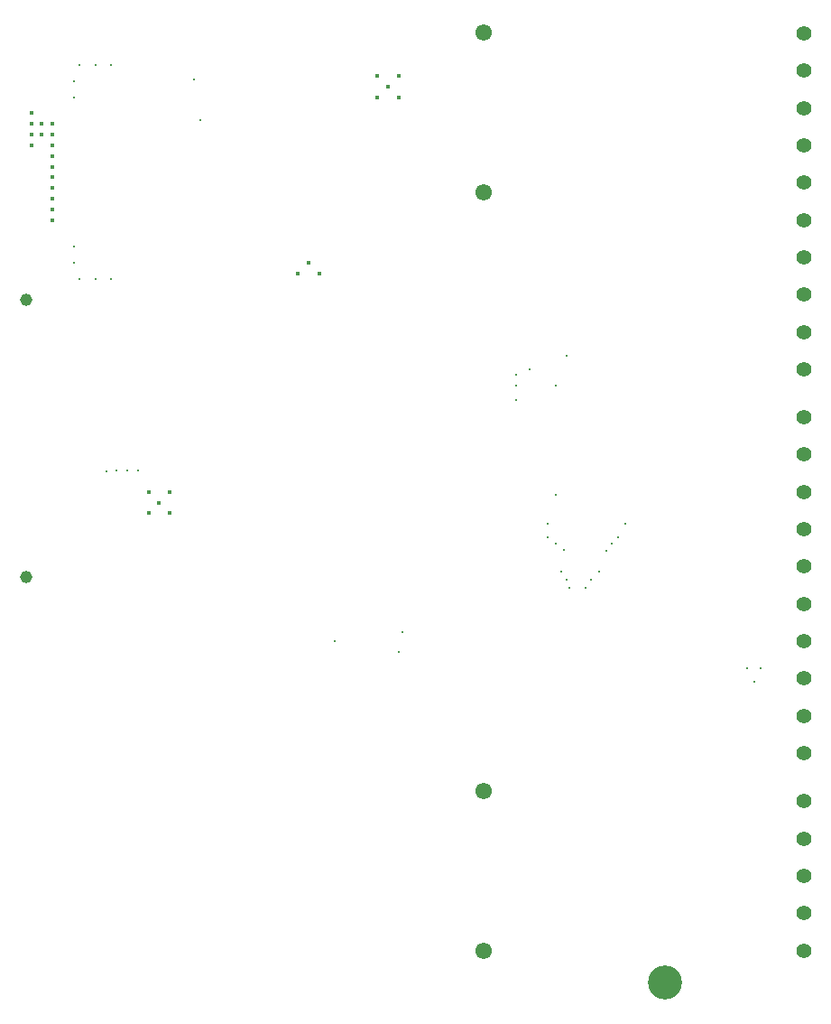
<source format=gbr>
%TF.GenerationSoftware,KiCad,Pcbnew,9.0.0*%
%TF.CreationDate,2025-03-09T10:59:44+03:00*%
%TF.ProjectId,PM_CNV-DQ16_src,504d5f43-4e56-42d4-9451-31365f737263,rev?*%
%TF.SameCoordinates,Original*%
%TF.FileFunction,Plated,1,2,PTH,Drill*%
%TF.FilePolarity,Positive*%
%FSLAX46Y46*%
G04 Gerber Fmt 4.6, Leading zero omitted, Abs format (unit mm)*
G04 Created by KiCad (PCBNEW 9.0.0) date 2025-03-09 10:59:44*
%MOMM*%
%LPD*%
G01*
G04 APERTURE LIST*
%TA.AperFunction,ViaDrill*%
%ADD10C,0.300000*%
%TD*%
%TA.AperFunction,ViaDrill*%
%ADD11C,0.400000*%
%TD*%
%TA.AperFunction,ComponentDrill*%
%ADD12C,1.150000*%
%TD*%
%TA.AperFunction,ComponentDrill*%
%ADD13C,1.400000*%
%TD*%
%TA.AperFunction,ComponentDrill*%
%ADD14C,1.550000*%
%TD*%
%TA.AperFunction,ComponentDrill*%
%ADD15C,3.200000*%
%TD*%
G04 APERTURE END LIST*
D10*
X-33500000Y38500000D03*
X-33500000Y37000000D03*
X-33500000Y23000000D03*
X-33500000Y21500000D03*
X-33000000Y40000000D03*
X-33000000Y20000000D03*
X-31500000Y40000000D03*
X-31500000Y20000000D03*
X-30438300Y1938300D03*
X-30000000Y40000000D03*
X-30000000Y20000000D03*
X-29500000Y2000000D03*
X-28500000Y2000000D03*
X-27500000Y2000000D03*
X-22264264Y38664291D03*
X-21600000Y34900000D03*
X-9000000Y-14000000D03*
X-3000000Y-15000000D03*
X-2700001Y-13099998D03*
X8000000Y11000000D03*
X8000000Y10000000D03*
X8000000Y8627801D03*
X9300000Y11500000D03*
X11000000Y-3000000D03*
X11000000Y-4250000D03*
X11725001Y10000000D03*
X11725001Y-250000D03*
X11750000Y-4850000D03*
X12250000Y-7500000D03*
X12500000Y-5450000D03*
X12750000Y-8250000D03*
X12775000Y12750000D03*
X13002983Y-9008949D03*
X14500000Y-9000000D03*
X15000000Y-8250000D03*
X15750000Y-7500000D03*
X16503407Y-5516627D03*
X16945687Y-4850000D03*
X17525000Y-4250000D03*
X18250000Y-3000000D03*
X29685000Y-16510000D03*
X30320000Y-17780000D03*
X30955000Y-16510000D03*
D11*
X-37500000Y35500000D03*
X-37500000Y34500000D03*
X-37500000Y33500000D03*
X-37500000Y32500000D03*
X-36500000Y34500000D03*
X-36500000Y33500000D03*
X-35500000Y34500000D03*
X-35500000Y33500000D03*
X-35500000Y32500000D03*
X-35500000Y31500000D03*
X-35500000Y30500000D03*
X-35500000Y29500000D03*
X-35500000Y28500000D03*
X-35500000Y27500000D03*
X-35500000Y26500000D03*
X-35500000Y25500000D03*
X-26500000Y0D03*
X-26500000Y-2000000D03*
X-25500000Y-1000000D03*
X-24500000Y0D03*
X-24500000Y-2000000D03*
X-12500000Y20500000D03*
X-11500000Y21500000D03*
X-10500000Y20500000D03*
X-5000000Y39000000D03*
X-5000000Y37000000D03*
X-4000000Y38000000D03*
X-3000000Y39000000D03*
X-3000000Y37000000D03*
D12*
%TO.C,U11*%
X-38000000Y18000000D03*
%TO.C,U2*%
X-38000000Y-8000000D03*
D13*
%TO.C,J3*%
X35000000Y43000000D03*
X35000000Y39500000D03*
X35000000Y36000000D03*
X35000000Y32500000D03*
X35000000Y29000000D03*
X35000000Y25500000D03*
X35000000Y22000000D03*
X35000000Y18500000D03*
X35000000Y15000000D03*
X35000000Y11500000D03*
%TO.C,J5*%
X35000000Y7000000D03*
X35000000Y3500000D03*
X35000000Y0D03*
X35000000Y-3500000D03*
X35000000Y-7000000D03*
X35000000Y-10500000D03*
X35000000Y-14000000D03*
X35000000Y-17500000D03*
X35000000Y-21000000D03*
X35000000Y-24500000D03*
%TO.C,J6*%
X35000000Y-29000000D03*
X35000000Y-32500000D03*
X35000000Y-36000000D03*
X35000000Y-39500000D03*
X35000000Y-43000000D03*
D14*
%TO.C,U8*%
X4920000Y43060000D03*
X4920000Y28060000D03*
%TO.C,U9*%
X4920000Y-28060000D03*
X4920000Y-43060000D03*
D15*
%TO.C,PE1*%
X22000000Y-46000000D03*
M02*

</source>
